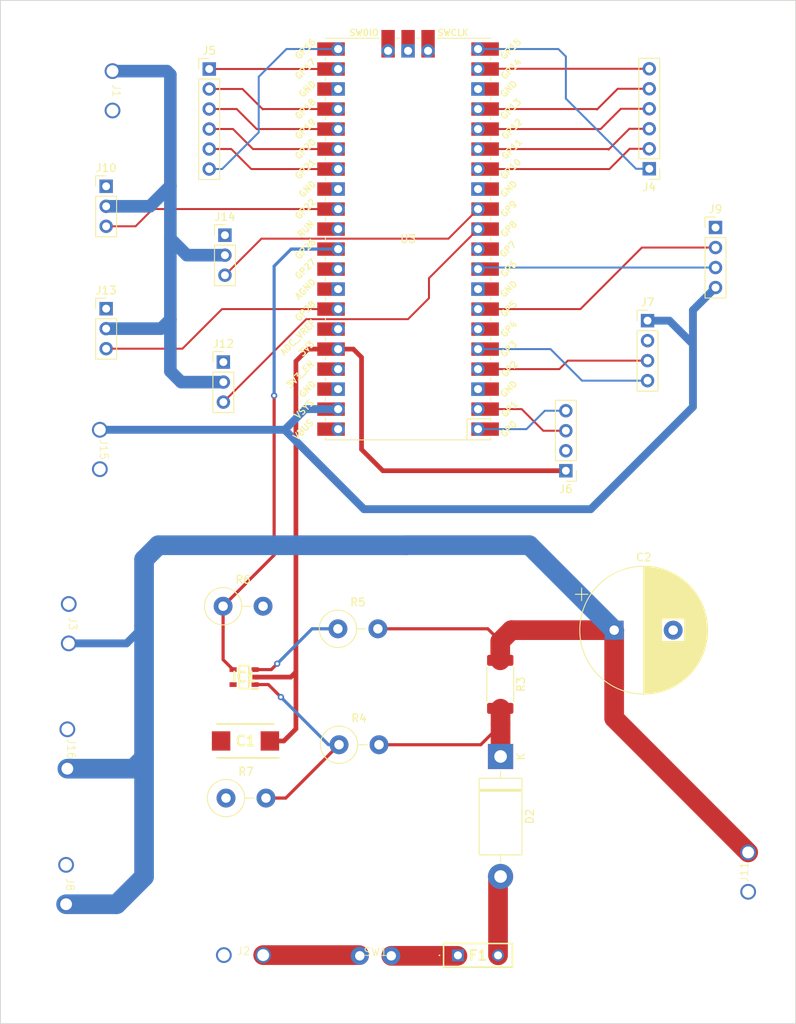
<source format=kicad_pcb>
(kicad_pcb (version 20221018) (generator pcbnew)
  (layers (0 "F.Cu" signal) (31 "B.Cu" signal) (34 "B.Paste" user) (35 "F.Paste" user) (36 "B.SilkS" user "B.Silkscreen") (37 "F.SilkS" user "F.Silkscreen") (38 "B.Mask" user) (39 "F.Mask" user) (44 "Edge.Cuts" user))
  (net 0 "")
  (net 1 "GND")
  (net 2 "+5V")
  (net 3 "+6V")
  (net 4 "/TRIG1")
  (net 6 "/ECHO1")
  (net 7 "/ECHO2")
  (net 8 "/ToFD")
  (net 9 "/ToFC")
  (net 11 "Net-(D2-K)")
  (net 13 "/TRIG2")
  (net 15 "+3.3V")
  (net 21 "Net-(D2-A)")
  (net 22 "Net-(IC1-+IN)")
  (net 23 "Net-(IC1--IN)")
  (net 24 "/AVCR")
  (net 25 "/SC2")
  (net 26 "/SC3")
  (net 27 "/SC4")
  (net 28 "/SC1")
  (net 29 "/+12V")
  (net 30 "/IN1")
  (net 31 "/IN2")
  (net 32 "/IN3")
  (net 33 "/IN4")
  (net 34 "/ENB")
  (net 35 "/ENA")
  (net 36 "Net-(SW1-B)")
  (footprint "Connectors-Other:TerminalBlock-P5.0mm-W1.3mm" (layer "F.Cu") (at 195.29 207.44 90)
    (fp_text reference "J11" (at 0 -0.5 90 unlocked) (layer "F.SilkS") (effects (font (thickness 0.1))))
    (fp_text value "MotorsRight")
    (pad "1" thru_hole circle (at 2.5 0 90) (size 2 2) (drill 1.5) (layers "*.Cu" "*.Mask") (net 29 "/+12V"))
    (pad "2" thru_hole circle (at -2.5 0 90) (size 2 2) (drill 1.5) (layers "*.Cu" "*.Mask") (net 1 "GND"))
  )
  (footprint "Connector_PinHeader_2.54mm:PinHeader_1x04_P2.54mm_Vertical" (layer "F.Cu") (at 182.5 137.42)
    (fp_text reference "J7" (at 0 -2.33) (layer "F.SilkS"))
    (fp_text value "Ultrasonic1")
    (pad "1" thru_hole rect (at 0 0) (size 1.7 1.7) (drill 1) (layers "*.Cu" "*.Mask") (net 2 "+5V"))
    (pad "2" thru_hole oval (at 0 2.54) (size 1.7 1.7) (drill 1) (layers "*.Cu" "*.Mask") (net 4 "/TRIG1"))
    (pad "3" thru_hole oval (at 0 5.08) (size 1.7 1.7) (drill 1) (layers "*.Cu" "*.Mask") (net 6 "/ECHO1"))
    (pad "4" thru_hole oval (at 0 7.62) (size 1.7 1.7) (drill 1) (layers "*.Cu" "*.Mask") (net 1 "GND"))
  )
  (footprint "Connectors-Other:TerminalBlock-P5.0mm-W1.3mm" (layer "F.Cu") (at 112.89 153.78 -90)
    (fp_text reference "J15" (at 0 -0.5 -90 unlocked) (layer "F.SilkS") (effects (font (thickness 0.1))))
    (fp_text value "RegulatorOutput5V")
    (pad "1" thru_hole circle (at 2.5 0 270) (size 2 2) (drill 1.5) (layers "*.Cu" "*.Mask") (net 1 "GND"))
    (pad "2" thru_hole circle (at -2.5 0 270) (size 2 2) (drill 1.5) (layers "*.Cu" "*.Mask") (net 2 "+5V"))
  )
  (footprint "Resistor_THT:R_Axial_DIN0414_L11.9mm_D4.5mm_P5.08mm_Vertical" (layer "F.Cu") (at 143.15 176.55)
    (fp_text reference "R5" (at 2.54 -3.37) (layer "F.SilkS"))
    (fp_text value "1KR")
    (pad "1" thru_hole circle (at 0 0) (size 2.4 2.4) (drill 1.2) (layers "*.Cu" "*.Mask") (net 23 "Net-(IC1--IN)"))
    (pad "2" thru_hole oval (at 5.08 0) (size 2.4 2.4) (drill 1.2) (layers "*.Cu" "*.Mask") (net 29 "/+12V"))
  )
  (footprint "RaspberryPi:RPi_Pico_SMD_TH" (layer "F.Cu") (at 152.065 127.065 180)
    (fp_text reference "U3" (at 0 0) (layer "F.SilkS"))
    (fp_text value "Pico")
    (fp_text user "AGND" (at 13.054 -6.35 45) (layer "F.SilkS") (effects (font (size 0.8 0.8))))
    (fp_text user "GP26" (at 13.054 -1.27 45) (layer "F.SilkS") (effects (font (size 0.8 0.8))))
    (fp_text user "GND" (at -12.8 -19.05 45) (layer "F.SilkS") (effects (font (size 0.8 0.8))))
    (fp_text user "GND" (at 12.8 6.35 45) (layer "F.SilkS") (effects (font (size 0.8 0.8))))
    (fp_text user "SWCLK" (at -5.7 26.2) (layer "F.SilkS") (effects (font (size 0.8 0.8))))
    (fp_text user "GP28" (at 13.054 -9.144 45) (layer "F.SilkS") (effects (font (size 0.8 0.8))))
    (fp_text user "GP3" (at -12.8 -13.97 45) (layer "F.SilkS") (effects (font (size 0.8 0.8))))
    (fp_text user "GP10" (at -13.054 8.89 45) (layer "F.SilkS") (effects (font (size 0.8 0.8))))
    (fp_text user "GP27" (at 13.054 -3.8 45) (layer "F.SilkS") (effects (font (size 0.8 0.8))))
    (fp_text user "GND" (at 12.8 19.05 45) (layer "F.SilkS") (effects (font (size 0.8 0.8))))
    (fp_text user "GND" (at -12.8 6.35 45) (layer "F.SilkS") (effects (font (size 0.8 0.8))))
    (fp_text user "GP11" (at -13.2 11.43 45) (layer "F.SilkS") (effects (font (size 0.8 0.8))))
    (fp_text user "GP12" (at -13.2 13.97 45) (layer "F.SilkS") (effects (font (size 0.8 0.8))))
    (fp_text user "GP21" (at 13.054 8.9 45) (layer "F.SilkS") (effects (font (size 0.8 0.8))))
    (fp_text user "GP0" (at -12.8 -24.13 45) (layer "F.SilkS") (effects (font (size 0.8 0.8))))
    (fp_text user "GP8" (at -12.8 1.27 45) (layer "F.SilkS") (effects (font (size 0.8 0.8))))
    (fp_text user "GP16" (at 13.054 24.13 45) (layer "F.SilkS") (effects (font (size 0.8 0.8))))
    (fp_text user "GP1" (at -12.9 -21.6 45) (layer "F.SilkS") (effects (font (size 0.8 0.8))))
    (fp_text user "ADC_VREF" (at 14 -12.5 45) (layer "F.SilkS") (effects (font (size 0.8 0.8))))
    (fp_text user "RUN" (at 13 1.27 45) (layer "F.SilkS") (effects (font (size 0.8 0.8))))
    (fp_text user "GP20" (at 13.054 11.43 45) (layer "F.SilkS") (effects (font (size 0.8 0.8))))
    (fp_text user "GP17" (at 13.054 21.59 45) (layer "F.SilkS") (effects (font (size 0.8 0.8))))
    (fp_text user "GP7" (at -12.7 -1.3 45) (layer "F.SilkS") (effects (font (size 0.8 0.8))))
    (fp_text user "VBUS" (at 13.3 -24.2 45) (layer "F.SilkS") (effects (font (size 0.8 0.8))))
    (fp_text user "GP5" (at -12.8 -8.89 45) (layer "F.SilkS") (effects (font (size 0.8 0.8))))
    (fp_text user "VSYS" (at 13.2 -21.59 45) (layer "F.SilkS") (effects (font (size 0.8 0.8))))
    (fp_text user "GP2" (at -12.9 -16.51 45) (layer "F.SilkS") (effects (font (size 0.8 0.8))))
    (fp_text user "GP4" (at -12.8 -11.43 45) (layer "F.SilkS") (effects (font (size 0.8 0.8))))
    (fp_text user "3V3" (at 12.9 -13.9 45) (layer "F.SilkS") (effects (font (size 0.8 0.8))))
    (fp_text user "GND" (at 12.8 -19.05 45) (layer "F.SilkS") (effects (font (size 0.8 0.8))))
    (fp_text user "GP22" (at 13.054 3.81 45) (layer "F.SilkS") (effects (font (size 0.8 0.8))))
    (fp_text user "GP19" (at 13.054 13.97 45) (layer "F.SilkS") (effects (font (size 0.8 0.8))))
    (fp_text user "GND" (at -12.8 19.05 45) (layer "F.SilkS") (effects (font (size 0.8 0.8))))
    (fp_text user "GP13" (at -13.054 16.51 45) (layer "F.SilkS") (effects (font (size 0.8 0.8))))
    (fp_text user "SWDIO" (at 5.6 26.2) (layer "F.SilkS") (effects (font (size 0.8 0.8))))
    (fp_text user "GP9" (at -12.8 3.81 45) (layer "F.SilkS") (effects (font (size 0.8 0.8))))
    (fp_text user "3V3_EN" (at 13.7 -17.2 45) (layer "F.SilkS") (effects (font (size 0.8 0.8))))
    (fp_text user "GP14" (at -13.1 21.59 45) (layer "F.SilkS") (effects (font (size 0.8 0.8))))
    (fp_text user "GP6" (at -12.8 -3.81 45) (layer "F.SilkS") (effects (font (size 0.8 0.8))))
    (fp_text user "GND" (at -12.8 -6.35 45) (layer "F.SilkS") (effects (font (size 0.8 0.8))))
    (fp_text user "GP18" (at 13.054 16.51 45) (layer "F.SilkS") (effects (font (size 0.8 0.8))))
    (fp_text user "GP15" (at -13.054 24.13 45) (layer "F.SilkS") (effects (font (size 0.8 0.8))))
    (pad "" np_thru_hole oval (at -2.725 -24 180) (size 1.8 1.8) (drill 1.8) (layers "*.Cu" "*.Mask"))
    (pad "" np_thru_hole oval (at -2.425 -20.97 180) (size 1.5 1.5) (drill 1.5) (layers "*.Cu" "*.Mask"))
    (pad "" np_thru_hole oval (at 2.425 -20.97 180) (size 1.5 1.5) (drill 1.5) (layers "*.Cu" "*.Mask"))
    (pad "" np_thru_hole oval (at 2.725 -24 180) (size 1.8 1.8) (drill 1.8) (layers "*.Cu" "*.Mask"))
    (pad "1" thru_hole oval (at -8.89 -24.13 180) (size 1.7 1.7) (drill 1.02) (layers "*.Cu" "*.Mask") (net 8 "/ToFD"))
    (pad "1" smd rect (at -8.89 -24.13 180) (size 3.5 1.7) (drill (offset -0.9 0)) (layers "F.Cu" "F.Mask") (net 8 "/ToFD"))
    (pad "2" thru_hole oval (at -8.89 -21.59 180) (size 1.7 1.7) (drill 1.02) (layers "*.Cu" "*.Mask") (net 9 "/ToFC"))
    (pad "2" smd rect (at -8.89 -21.59 180) (size 3.5 1.7) (drill (offset -0.9 0)) (layers "F.Cu" "F.Mask") (net 9 "/ToFC"))
    (pad "3" thru_hole rect (at -8.89 -19.05 180) (size 1.7 1.7) (drill 1.02) (layers "*.Cu" "*.Mask") (net 1 "GND"))
    (pad "3" smd rect (at -8.89 -19.05 180) (size 3.5 1.7) (drill (offset -0.9 0)) (layers "F.Cu" "F.Mask") (net 1 "GND"))
    (pad "4" thru_hole oval (at -8.89 -16.51 180) (size 1.7 1.7) (drill 1.02) (layers "*.Cu" "*.Mask") (net 6 "/ECHO1"))
    (pad "4" smd rect (at -8.89 -16.51 180) (size 3.5 1.7) (drill (offset -0.9 0)) (layers "F.Cu" "F.Mask") (net 6 "/ECHO1"))
    (pad "5" thru_hole oval (at -8.89 -13.97 180) (size 1.7 1.7) (drill 1.02) (layers "*.Cu" "*.Mask"))
    (pad "5" smd rect (at -8.89 -13.97 180) (size 3.5 1.7) (drill (offset -0.9 0)) (layers "F.Cu" "F.Mask"))
    (pad "6" thru_hole oval (at -8.89 -11.43 180) (size 1.7 1.7) (drill 1.02) (layers "*.Cu" "*.Mask"))
    (pad "6" smd rect (at -8.89 -11.43 180) (size 3.5 1.7) (drill (offset -0.9 0)) (layers "F.Cu" "F.Mask"))
    (pad "7" thru_hole oval (at -8.89 -8.89 180) (size 1.7 1.7) (drill 1.02) (layers "*.Cu" "*.Mask") (net 7 "/ECHO2"))
    (pad "7" smd rect (at -8.89 -8.89 180) (size 3.5 1.7) (drill (offset -0.9 0)) (layers "F.Cu" "F.Mask") (net 7 "/ECHO2"))
    (pad "8" thru_hole rect (at -8.89 -6.35 180) (size 1.7 1.7) (drill 1.02) (layers "*.Cu" "*.Mask") (net 1 "GND"))
    (pad "8" smd rect (at -8.89 -6.35 180) (size 3.5 1.7) (drill (offset -0.9 0)) (layers "F.Cu" "F.Mask") (net 1 "GND"))
    (pad "9" thru_hole oval (at -8.89 -3.81 180) (size 1.7 1.7) (drill 1.02) (layers "*.Cu" "*.Mask") (net 13 "/TRIG2"))
    (pad "9" smd rect (at -8.89 -3.81 180) (size 3.5 1.7) (drill (offset -0.9 0)) (layers "F.Cu" "F.Mask") (net 13 "/TRIG2"))
    (pad "10" thru_hole oval (at -8.89 -1.27 180) (size 1.7 1.7) (drill 1.02) (layers "*.Cu" "*.Mask") (net 4 "/TRIG1"))
    (pad "10" smd rect (at -8.89 -1.27 180) (size 3.5 1.7) (drill (offset -0.9 0)) (layers "F.Cu" "F.Mask") (net 4 "/TRIG1"))
    (pad "11" thru_hole oval (at -8.89 1.27 180) (size 1.7 1.7) (drill 1.02) (layers "*.Cu" "*.Mask") (net 25 "/SC2"))
    (pad "11" smd rect (at -8.89 1.27 180) (size 3.5 1.7) (drill (offset -0.9 0)) (layers "F.Cu" "F.Mask") (net 25 "/SC2"))
    (pad "12" thru_hole oval (at -8.89 3.81 180) (size 1.7 1.7) (drill 1.02) (layers "*.Cu" "*.Mask") (net 27 "/SC4"))
    (pad "12" smd rect (at -8.89 3.81 180) (size 3.5 1.7) (drill (offset -0.9 0)) (layers "F.Cu" "F.Mask") (net 27 "/SC4"))
    (pad "13" thru_hole rect (at -8.89 6.35 180) (size 1.7 1.7) (drill 1.02) (layers "*.Cu" "*.Mask") (net 1 "GND"))
    (pad "13" smd rect (at -8.89 6.35 180) (size 3.5 1.7) (drill (offset -0.9 0)) (layers "F.Cu" "F.Mask") (net 1 "GND"))
    (pad "14" thru_hole oval (at -8.89 8.89 180) (size 1.7 1.7) (drill 1.02) (layers "*.Cu" "*.Mask") (net 30 "/IN1"))
    (pad "14" smd rect (at -8.89 8.89 180) (size 3.5 1.7) (drill (offset -0.9 0)) (layers "F.Cu" "F.Mask") (net 30 "/IN1"))
    (pad "15" thru_hole oval (at -8.89 11.43 180) (size 1.7 1.7) (drill 1.02) (layers "*.Cu" "*.Mask") (net 31 "/IN2"))
    (pad "15" smd rect (at -8.89 11.43 180) (size 3.5 1.7) (drill (offset -0.9 0)) (layers "F.Cu" "F.Mask") (net 31 "/IN2"))
    (pad "16" thru_hole oval (at -8.89 13.97 180) (size 1.7 1.7) (drill 1.02) (layers "*.Cu" "*.Mask") (net 32 "/IN3"))
    (pad "16" smd rect (at -8.89 13.97 180) (size 3.5 1.7) (drill (offset -0.9 0)) (layers "F.Cu" "F.Mask") (net 32 "/IN3"))
    (pad "17" thru_hole oval (at -8.89 16.51 180) (size 1.7 1.7) (drill 1.02) (layers "*.Cu" "*.Mask") (net 33 "/IN4"))
    (pad "17" smd rect (at -8.89 16.51 180) (size 3.5 1.7) (drill (offset -0.9 0)) (layers "F.Cu" "F.Mask") (net 33 "/IN4"))
    (pad "18" thru_hole rect (at -8.89 19.05 180) (size 1.7 1.7) (drill 1.02) (layers "*.Cu" "*.Mask") (net 1 "GND"))
    (pad "18" smd rect (at -8.89 19.05 180) (size 3.5 1.7) (drill (offset -0.9 0)) (layers "F.Cu" "F.Mask") (net 1 "GND"))
    (pad "19" thru_hole oval (at -8.89 21.59 180) (size 1.7 1.7) (drill 1.02) (layers "*.Cu" "*.Mask") (net 34 "/ENB"))
    (pad "19" smd rect (at -8.89 21.59 180) (size 3.5 1.7) (drill (offset -0.9 0)) (layers "F.Cu" "F.Mask") (net 34 "/ENB"))
    (pad "20" thru_hole oval (at -8.89 24.13 180) (size 1.7 1.7) (drill 1.02) (layers "*.Cu" "*.Mask") (net 35 "/ENA"))
    (pad "20" smd rect (at -8.89 24.13 180) (size 3.5 1.7) (drill (offset -0.9 0)) (layers "F.Cu" "F.Mask") (net 35 "/ENA"))
    (pad "21" thru_hole oval (at 8.89 24.13 180) (size 1.7 1.7) (drill 1.02) (layers "*.Cu" "*.Mask") (net 35 "/ENA"))
    (pad "21" smd rect (at 8.89 24.13 180) (size 3.5 1.7) (drill (offset 0.9 0)) (layers "F.Cu" "F.Mask") (net 35 "/ENA"))
    (pad "22" thru_hole oval (at 8.89 21.59 180) (size 1.7 1.7) (drill 1.02) (layers "*.Cu" "*.Mask") (net 34 "/ENB"))
    (pad "22" smd rect (at 8.89 21.59 180) (size 3.5 1.7) (drill (offset 0.9 0)) (layers "F.Cu" "F.Mask") (net 34 "/ENB"))
    (pad "23" thru_hole rect (at 8.89 19.05 180) (size 1.7 1.7) (drill 1.02) (layers "*.Cu" "*.Mask") (net 1 "GND"))
    (pad "23" smd rect (at 8.89 19.05 180) (size 3.5 1.7) (drill (offset 0.9 0)) (layers "F.Cu" "F.Mask") (net 1 "GND"))
    (pad "24" thru_hole oval (at 8.89 16.51 180) (size 1.7 1.7) (drill 1.02) (layers "*.Cu" "*.Mask") (net 33 "/IN4"))
    (pad "24" smd rect (at 8.89 16.51 180) (size 3.5 1.7) (drill (offset 0.9 0)) (layers "F.Cu" "F.Mask") (net 33 "/IN4"))
    (pad "25" thru_hole oval (at 8.89 13.97 180) (size 1.7 1.7) (drill 1.02) (layers "*.Cu" "*.Mask") (net 32 "/IN3"))
    (pad "25" smd rect (at 8.89 13.97 180) (size 3.5 1.7) (drill (offset 0.9 0)) (layers "F.Cu" "F.Mask") (net 32 "/IN3"))
    (pad "26" thru_hole oval (at 8.89 11.43 180) (size 1.7 1.7) (drill 1.02) (layers "*.Cu" "*.Mask") (net 31 "/IN2"))
    (pad "26" smd rect (at 8.89 11.43 180) (size 3.5 1.7) (drill (offset 0.9 0)) (layers "F.Cu" "F.Mask") (net 31 "/IN2"))
    (pad "27" thru_hole oval (at 8.89 8.89 180) (size 1.7 1.7) (drill 1.02) (layers "*.Cu" "*.Mask") (net 30 "/IN1"))
    (pad "27" smd rect (at 8.89 8.89 180) (size 3.5 1.7) (drill (offset 0.9 0)) (layers "F.Cu" "F.Mask") (net 30 "/IN1"))
    (pad "28" thru_hole rect (at 8.89 6.35 180) (size 1.7 1.7) (drill 1.02) (layers "*.Cu" "*.Mask") (net 1 "GND"))
    (pad "28" smd rect (at 8.89 6.35 180) (size 3.5 1.7) (drill (offset 0.9 0)) (layers "F.Cu" "F.Mask") (net 1 "GND"))
    (pad "29" thru_hole oval (at 8.89 3.81 180) (size 1.7 1.7) (drill 1.02) (layers "*.Cu" "*.Mask") (net 28 "/SC1"))
    (pad "29" smd rect (at 8.89 3.81 180) (size 3.5 1.7) (drill (offset 0.9 0)) (layers "F.Cu" "F.Mask") (net 28 "/SC1"))
    (pad "30" thru_hole oval (at 8.89 1.27 180) (size 1.7 1.7) (drill 1.02) (layers "*.Cu" "*.Mask"))
    (pad "30" smd rect (at 8.89 1.27 180) (size 3.5 1.7) (drill (offset 0.9 0)) (layers "F.Cu" "F.Mask"))
    (pad "31" thru_hole oval (at 8.89 -1.27 180) (size 1.7 1.7) (drill 1.02) (layers "*.Cu" "*.Mask") (net 24 "/AVCR"))
    (pad "31" smd rect (at 8.89 -1.27 180) (size 3.5 1.7) (drill (offset 0.9 0)) (layers "F.Cu" "F.Mask") (net 24 "/AVCR"))
    (pad "32" thru_hole oval (at 8.89 -3.81 180) (size 1.7 1.7) (drill 1.02) (layers "*.Cu" "*.Mask"))
    (pad "32" smd rect (at 8.89 -3.81 180) (size 3.5 1.7) (drill (offset 0.9 0)) (layers "F.Cu" "F.Mask"))
    (pad "33" thru_hole rect (at 8.89 -6.35 180) (size 1.7 1.7) (drill 1.02) (layers "*.Cu" "*.Mask") (net 1 "GND"))
    (pad "33" smd rect (at 8.89 -6.35 180) (size 3.5 1.7) (drill (offset 0.9 0)) (layers "F.Cu" "F.Mask") (net 1 "GND"))
    (pad "34" thru_hole oval (at 8.89 -8.89 180) (size 1.7 1.7) (drill 1.02) (layers "*.Cu" "*.Mask") (net 26 "/SC3"))
    (pad "34" smd rect (at 8.89 -8.89 180) (size 3.5 1.7) (drill (offset 0.9 0)) (layers "F.Cu" "F.Mask") (net 26 "/SC3"))
    (pad "35" thru_hole oval (at 8.89 -11.43 180) (size 1.7 1.7) (drill 1.02) (layers "*.Cu" "*.Mask"))
    (pad "35" smd rect (at 8.89 -11.43 180) (size 3.5 1.7) (drill (offset 0.9 0)) (layers "F.Cu" "F.Mask"))
    (pad "36" thru_hole oval (at 8.89 -13.97 180) (size 1.7 1.7) (drill 1.02) (layers "*.Cu" "*.Mask") (net 15 "+3.3V"))
    (pad "36" smd rect (at 8.89 -13.97 180) (size 3.5 1.7) (drill (offset 0.9 0)) (layers "F.Cu" "F.Mask") (net 15 "+3.3V"))
    (pad "37" thru_hole oval (at 8.89 -16.51 180) (size 1.7 1.7) (drill 1.02) (layers "*.Cu" "*.Mask"))
    (pad "37" smd rect (at 8.89 -16.51 180) (size 3.5 1.7) (drill (offset 0.9 0)) (layers "F.Cu" "F.Mask"))
    (pad "38" thru_hole rect (at 8.89 -19.05 180) (size 1.7 1.7) (drill 1.02) (layers "*.Cu" "*.Mask") (net 1 "GND"))
    (pad "38" smd rect (at 8.89 -19.05 180) (size 3.5 1.7) (drill (offset 0.9 0)) (layers "F.Cu" "F.Mask") (net 1 "GND"))
    (pad "39" thru_hole oval (at 8.89 -21.59 180) (size 1.7 1.7) (drill 1.02) (layers "*.Cu" "*.Mask") (net 2 "+5V"))
    (pad "39" smd rect (at 8.89 -21.59 180) (size 3.5 1.7) (drill (offset 0.9 0)) (layers "F.Cu" "F.Mask") (net 2 "+5V"))
    (pad "40" thru_hole oval (at 8.89 -24.13 180) (size 1.7 1.7) (drill 1.02) (layers "*.Cu" "*.Mask"))
    (pad "40" smd rect (at 8.89 -24.13 180) (size 3.5 1.7) (drill (offset 0.9 0)) (layers "F.Cu" "F.Mask"))
    (pad "41" thru_hole oval (at -2.54 23.9 180) (size 1.7 1.7) (drill 1.02) (layers "*.Cu" "*.Mask"))
    (pad "41" smd rect (at -2.54 23.9 270) (size 3.5 1.7) (drill (offset -0.9 0)) (layers "F.Cu" "F.Mask"))
    (pad "42" thru_hole rect (at 0 23.9 180) (size 1.7 1.7) (drill 1.02) (layers "*.Cu" "*.Mask"))
    (pad "42" smd rect (at 0 23.9 270) (size 3.5 1.7) (drill (offset -0.9 0)) (layers "F.Cu" "F.Mask"))
    (pad "43" thru_hole oval (at 2.54 23.9 180) (size 1.7 1.7) (drill 1.02) (layers "*.Cu" "*.Mask"))
    (pad "43" smd rect (at 2.54 23.9 270) (size 3.5 1.7) (drill (offset -0.9 0)) (layers "F.Cu" "F.Mask"))
  )
  (footprint "Connector_PinHeader_2.54mm:PinHeader_1x03_P2.54mm_Vertical" (layer "F.Cu") (at 128.79 126.57)
    (fp_text reference "J14" (at 0 -2.33) (layer "F.SilkS"))
    (fp_text value "ProngServo")
    (pad "1" thru_hole rect (at 0 0) (size 1.7 1.7) (drill 1) (layers "*.Cu" "*.Mask") (net 1 "GND"))
    (pad "2" thru_hole oval (at 0 2.54) (size 1.7 1.7) (drill 1) (layers "*.Cu" "*.Mask") (net 3 "+6V"))
    (pad "3" thru_hole oval (at 0 5.08) (size 1.7 1.7) (drill 1) (layers "*.Cu" "*.Mask") (net 27 "/SC4"))
  )
  (footprint "Resistor_THT:R_Axial_DIN0414_L11.9mm_D4.5mm_P5.08mm_Vertical" (layer "F.Cu") (at 128.925 198.04)
    (fp_text reference "R7" (at 2.54 -3.37) (layer "F.SilkS"))
    (fp_text value "15kR")
    (pad "1" thru_hole circle (at 0 0) (size 2.4 2.4) (drill 1.2) (layers "*.Cu" "*.Mask") (net 1 "GND"))
    (pad "2" thru_hole oval (at 5.08 0) (size 2.4 2.4) (drill 1.2) (layers "*.Cu" "*.Mask") (net 22 "Net-(IC1-+IN)"))
  )
  (footprint "Resistor_SMD:R_2512_6332Metric_Pad1.40x3.35mm_HandSolder" (layer "F.Cu") (at 163.78 183.6 -90)
    (fp_text reference "R3" (at 0 -2.62 90) (layer "F.SilkS"))
    (fp_text value "0.01R")
    (pad "1" smd roundrect (at -3.05 0 270) (size 1.4 3.35) (layers "F.Cu" "F.Paste" "F.Mask") (roundrect_rratio 0.178571) (net 29 "/+12V"))
    (pad "2" smd roundrect (at 3.05 0 270) (size 1.4 3.35) (layers "F.Cu" "F.Paste" "F.Mask") (roundrect_rratio 0.178571) (net 11 "Net-(D2-K)"))
  )
  (footprint "Connectors-Other:TerminalBlock-P5.0mm-W1.3mm" (layer "F.Cu") (at 108.6 209.02 -90)
    (fp_text reference "J8" (at 0 -0.5 -90 unlocked) (layer "F.SilkS") (effects (font (thickness 0.1))))
    (fp_text value "MotorsLeft")
    (pad "1" thru_hole circle (at 2.5 0 270) (size 2 2) (drill 1.5) (layers "*.Cu" "*.Mask") (net 29 "/+12V"))
    (pad "2" thru_hole circle (at -2.5 0 270) (size 2 2) (drill 1.5) (layers "*.Cu" "*.Mask") (net 1 "GND"))
  )
  (footprint "Resistor_THT:R_Axial_DIN0414_L11.9mm_D4.5mm_P5.08mm_Vertical" (layer "F.Cu") (at 143.29 191.27)
    (fp_text reference "R4" (at 2.54 -3.37) (layer "F.SilkS"))
    (fp_text value "1kR")
    (pad "1" thru_hole circle (at 0 0) (size 2.4 2.4) (drill 1.2) (layers "*.Cu" "*.Mask") (net 22 "Net-(IC1-+IN)"))
    (pad "2" thru_hole oval (at 5.08 0) (size 2.4 2.4) (drill 1.2) (layers "*.Cu" "*.Mask") (net 11 "Net-(D2-K)"))
  )
  (footprint "Connectors-Other:TerminalBlock-P5.0mm-W1.3mm" (layer "F.Cu") (at 131.15 217.98)
    (fp_text reference "J2" (at 0 -0.5 unlocked) (layer "F.SilkS") (effects (font (thickness 0.1))))
    (fp_text value "Battery")
    (pad "1" thru_hole circle (at 2.5 0) (size 2 2) (drill 1.5) (layers "*.Cu" "*.Mask") (net 29 "/+12V"))
    (pad "2" thru_hole circle (at -2.5 0) (size 2 2) (drill 1.5) (layers "*.Cu" "*.Mask") (net 1 "GND"))
  )
  (footprint "Connector_PinHeader_2.54mm:PinHeader_1x03_P2.54mm_Vertical" (layer "F.Cu") (at 128.59 142.685)
    (fp_text reference "J12" (at 0 -2.33) (layer "F.SilkS"))
    (fp_text value "LinearSlideServo")
    (pad "1" thru_hole rect (at 0 0) (size 1.7 1.7) (drill 1) (layers "*.Cu" "*.Mask") (net 1 "GND"))
    (pad "2" thru_hole oval (at 0 2.54) (size 1.7 1.7) (drill 1) (layers "*.Cu" "*.Mask") (net 3 "+6V"))
    (pad "3" thru_hole oval (at 0 5.08) (size 1.7 1.7) (drill 1) (layers "*.Cu" "*.Mask") (net 25 "/SC2"))
  )
  (footprint "Connector_PinHeader_2.54mm:PinHeader_1x03_P2.54mm_Vertical" (layer "F.Cu") (at 113.69 135.9)
    (fp_text reference "J13" (at 0 -2.33) (layer "F.SilkS"))
    (fp_text value "ExtendServo")
    (pad "1" thru_hole rect (at 0 0) (size 1.7 1.7) (drill 1) (layers "*.Cu" "*.Mask") (net 1 "GND"))
    (pad "2" thru_hole oval (at 0 2.54) (size 1.7 1.7) (drill 1) (layers "*.Cu" "*.Mask") (net 3 "+6V"))
    (pad "3" thru_hole oval (at 0 5.08) (size 1.7 1.7) (drill 1) (layers "*.Cu" "*.Mask") (net 26 "/SC3"))
  )
  (footprint "Connector_PinHeader_2.54mm:PinHeader_1x06_P2.54mm_Vertical" (layer "F.Cu") (at 182.72 118.14 180)
    (fp_text reference "J4" (at 0 -2.33) (layer "F.SilkS"))
    (fp_text value "MotorControlsRight")
    (pad "1" thru_hole rect (at 0 0 180) (size 1.7 1.7) (drill 1) (layers "*.Cu" "*.Mask") (net 35 "/ENA"))
    (pad "2" thru_hole oval (at 0 2.54 180) (size 1.7 1.7) (drill 1) (layers "*.Cu" "*.Mask") (net 30 "/IN1"))
    (pad "3" thru_hole oval (at 0 5.08 180) (size 1.7 1.7) (drill 1) (layers "*.Cu" "*.Mask") (net 31 "/IN2"))
    (pad "4" thru_hole oval (at 0 7.62 180) (size 1.7 1.7) (drill 1) (layers "*.Cu" "*.Mask") (net 32 "/IN3"))
    (pad "5" thru_hole oval (at 0 10.16 180) (size 1.7 1.7) (drill 1) (layers "*.Cu" "*.Mask") (net 33 "/IN4"))
    (pad "6" thru_hole oval (at 0 12.7 180) (size 1.7 1.7) (drill 1) (layers "*.Cu" "*.Mask") (net 34 "/ENB"))
  )
  (footprint "Capacitors:CAPPM7343X310N" (layer "F.Cu") (at 131.4 190.79 180)
    (fp_text reference "C1" (at 0 0) (layer "F.SilkS") (effects (font (size 1.27 1.27) (thickness 0.254))))
    (fp_text value "0.1uF" hide)
    (pad "1" smd rect (at -3.1 0 180) (size 2.35 2.45) (layers "F.Cu" "F.Paste" "F.Mask") (net 15 "+3.3V"))
    (pad "2" smd rect (at 3.1 0 180) (size 2.35 2.45) (layers "F.Cu" "F.Paste" "F.Mask") (net 1 "GND"))
  )
  (footprint "Capacitor_THT:CP_Radial_D16.0mm_P7.50mm" (layer "F.Cu") (at 178.257246 176.72)
    (fp_text reference "C2" (at 3.75 -9.25) (layer "F.SilkS"))
    (fp_text value "2700uF")
    (pad "1" thru_hole rect (at 0 0) (size 2.4 2.4) (drill 1.2) (layers "*.Cu" "*.Mask") (net 29 "/+12V"))
    (pad "2" thru_hole circle (at 7.5 0) (size 2.4 2.4) (drill 1.2) (layers "*.Cu" "*.Mask") (net 1 "GND"))
  )
  (footprint "Connectors-Other:SPST_D0.9_P2.5" (layer "F.Cu") (at 147.93 218.07)
    (fp_text reference "SW1" (at 0 -0.5 unlocked) (layer "F.SilkS") (effects (font (thickness 0.1))))
    (fp_text value "SW_SPST")
    (pad "1" thru_hole circle (at -2 0) (size 2.3 2.3) (drill 1.2) (layers "*.Cu" "*.Mask") (net 29 "/+12V"))
    (pad "2" thru_hole circle (at 2 0) (size 2.3 2.3) (drill 1.2) (layers "*.Cu" "*.Mask") (net 36 "Net-(SW1-B)"))
  )
  (footprint "Connector_PinHeader_2.54mm:PinHeader_1x06_P2.54mm_Vertical" (layer "F.Cu") (at 126.79 105.47)
    (fp_text reference "J5" (at 0 -2.33) (layer "F.SilkS"))
    (fp_text value "MotorControlsLeft")
    (pad "1" thru_hole rect (at 0 0) (size 1.7 1.7) (drill 1) (layers "*.Cu" "*.Mask") (net 34 "/ENB"))
    (pad "2" thru_hole oval (at 0 2.54) (size 1.7 1.7) (drill 1) (layers "*.Cu" "*.Mask") (net 33 "/IN4"))
    (pad "3" thru_hole oval (at 0 5.08) (size 1.7 1.7) (drill 1) (layers "*.Cu" "*.Mask") (net 32 "/IN3"))
    (pad "4" thru_hole oval (at 0 7.62) (size 1.7 1.7) (drill 1) (layers "*.Cu" "*.Mask") (net 31 "/IN2"))
    (pad "5" thru_hole oval (at 0 10.16) (size 1.7 1.7) (drill 1) (layers "*.Cu" "*.Mask") (net 30 "/IN1"))
    (pad "6" thru_hole oval (at 0 12.7) (size 1.7 1.7) (drill 1) (layers "*.Cu" "*.Mask") (net 35 "/ENA"))
  )
  (footprint "Connector_PinHeader_2.54mm:PinHeader_1x04_P2.54mm_Vertical" (layer "F.Cu") (at 191.14 125.6)
    (fp_text reference "J9" (at 0 -2.33) (layer "F.SilkS"))
    (fp_text value "Ultrasonic2")
    (pad "1" thru_hole rect (at 0 0) (size 1.7 1.7) (drill 1) (layers "*.Cu" "*.Mask") (net 1 "GND"))
    (pad "2" thru_hole oval (at 0 2.54) (size 1.7 1.7) (drill 1) (layers "*.Cu" "*.Mask") (net 7 "/ECHO2"))
    (pad "3" thru_hole oval (at 0 5.08) (size 1.7 1.7) (drill 1) (layers "*.Cu" "*.Mask") (net 13 "/TRIG2"))
    (pad "4" thru_hole oval (at 0 7.62) (size 1.7 1.7) (drill 1) (layers "*.Cu" "*.Mask") (net 2 "+5V"))
  )
  (footprint "Connector_PinHeader_2.54mm:PinHeader_1x03_P2.54mm_Vertical" (layer "F.Cu") (at 113.69 120.365)
    (fp_text reference "J10" (at 0 -2.33) (layer "F.SilkS"))
    (fp_text value "DepositServo")
    (pad "1" thru_hole rect (at 0 0) (size 1.7 1.7) (drill 1) (layers "*.Cu" "*.Mask") (net 1 "GND"))
    (pad "2" thru_hole oval (at 0 2.54) (size 1.7 1.7) (drill 1) (layers "*.Cu" "*.Mask") (net 3 "+6V"))
    (pad "3" thru_hole oval (at 0 5.08) (size 1.7 1.7) (drill 1) (layers "*.Cu" "*.Mask") (net 28 "/SC1"))
  )
  (footprint "Connectors-Other:TerminalBlock-P5.0mm-W1.3mm" (layer "F.Cu") (at 108.76 191.81 -90)
    (fp_text reference "J16" (at 0 -0.5 -90 unlocked) (layer "F.SilkS") (effects (font (thickness 0.1))))
    (fp_text value "RegulatorInput6V")
    (pad "1" thru_hole circle (at 2.5 0 270) (size 2 2) (drill 1.5) (layers "*.Cu" "*.Mask") (net 29 "/+12V"))
    (pad "2" thru_hole circle (at -2.5 0 270) (size 2 2) (drill 1.5) (layers "*.Cu" "*.Mask") (net 1 "GND"))
  )
  (footprint "Fuses:MFRHS6000" (layer "F.Cu") (at 158.4 218.01)
    (fp_text reference "F1" (at 2.55 0) (layer "F.SilkS") (effects (font (size 1.27 1.27) (thickness 0.254))))
    (fp_text value "MF-RHS600" hide)
    (pad "1" thru_hole rect (at 0 0) (size 1.515 1.515) (drill 1.01) (layers "*.Cu" "*.Mask") (net 36 "Net-(SW1-B)"))
    (pad "2" thru_hole circle (at 5.1 0) (size 1.515 1.515) (drill 1.01) (layers "*.Cu" "*.Mask") (net 21 "Net-(D2-A)"))
  )
  (footprint "Connectors-Other:TerminalBlock-P5.0mm-W1.3mm" (layer "F.Cu") (at 108.94 175.9 -90)
    (fp_text reference "J3" (at 0 -0.5 -90 unlocked) (layer "F.SilkS") (effects (font (thickness 0.1))))
    (fp_text value "RegulatorInput5V")
    (pad "1" thru_hole circle (at 2.5 0 270) (size 2 2) (drill 1.5) (layers "*.Cu" "*.Mask") (net 29 "/+12V"))
    (pad "2" thru_hole circle (at -2.5 0 270) (size 2 2) (drill 1.5) (layers "*.Cu" "*.Mask") (net 1 "GND"))
  )
  (footprint "Connector_PinHeader_2.54mm:PinHeader_1x04_P2.54mm_Vertical" (layer "F.Cu") (at 172.12 156.48 180)
    (fp_text reference "J6" (at 0 -2.33) (layer "F.SilkS"))
    (fp_text value "TOF")
    (pad "1" thru_hole rect (at 0 0 180) (size 1.7 1.7) (drill 1) (layers "*.Cu" "*.Mask") (net 15 "+3.3V"))
    (pad "2" thru_hole oval (at 0 2.54 180) (size 1.7 1.7) (drill 1) (layers "*.Cu" "*.Mask") (net 1 "GND"))
    (pad "3" thru_hole oval (at 0 5.08 180) (size 1.7 1.7) (drill 1) (layers "*.Cu" "*.Mask") (net 9 "/ToFC"))
    (pad "4" thru_hole oval (at 0 7.62 180) (size 1.7 1.7) (drill 1) (layers "*.Cu" "*.Mask") (net 8 "/ToFD"))
  )
  (footprint "Resistor_THT:R_Axial_DIN0414_L11.9mm_D4.5mm_P5.08mm_Vertical" (layer "F.Cu") (at 128.555 173.68)
    (fp_text reference "R6" (at 2.54 -3.37) (layer "F.SilkS"))
    (fp_text value "15kR")
    (pad "1" thru_hole circle (at 0 0) (size 2.4 2.4) (drill 1.2) (layers "*.Cu" "*.Mask") (net 24 "/AVCR"))
    (pad "2" thru_hole oval (at 5.08 0) (size 2.4 2.4) (drill 1.2) (layers "*.Cu" "*.Mask") (net 23 "Net-(IC1--IN)"))
  )
  (footprint "Diode_THT:D_DO-201AD_P15.24mm_Horizontal" (layer "F.Cu") (at 163.82 192.76 -90)
    (fp_text reference "D2" (at 7.62 -3.72 90) (layer "F.SilkS"))
    (fp_text value "1N5822")
    (fp_text user "K" (at 0 -2.6 90) (layer "F.SilkS"))
    (pad "1" thru_hole rect (at 0 0 270) (size 3.2 3.2) (drill 1.6) (layers "*.Cu" "*.Mask") (net 11 "Net-(D2-K)"))
    (pad "2" thru_hole oval (at 15.24 0 270) (size 3.2 3.2) (drill 1.6) (layers "*.Cu" "*.Mask") (net 21 "Net-(D2-A)"))
  )
  (footprint "Connectors-Other:SOT95P280X125-5N" (layer "F.Cu") (at 131.22 182.68 180)
    (fp_text reference "IC1" (at 0 0) (layer "F.SilkS") (effects (font (size 1.27 1.27) (thickness 0.254))))
    (fp_text value "CurrentOpAmp" hide)
    (pad "1" smd rect (at -1.4 -0.95 270) (size 0.6 0.9) (layers "F.Cu" "F.Paste" "F.Mask") (net 22 "Net-(IC1-+IN)"))
    (pad "2" smd rect (at -1.4 0 270) (size 0.6 0.9) (layers "F.Cu" "F.Paste" "F.Mask") (net 15 "+3.3V"))
    (pad "3" smd rect (at -1.4 0.95 270) (size 0.6 0.9) (layers "F.Cu" "F.Paste" "F.Mask") (net 23 "Net-(IC1--IN)"))
    (pad "4" smd rect (at 1.4 0.95 270) (size 0.6 0.9) (layers "F.Cu" "F.Paste" "F.Mask") (net 24 "/AVCR"))
    (pad "5" smd rect (at 1.4 -0.95 270) (size 0.6 0.9) (layers "F.Cu" "F.Paste" "F.Mask") (net 1 "GND"))
  )
  (footprint "Connectors-Other:TerminalBlock-P5.0mm-W1.3mm" (layer "F.Cu") (at 114.5 108.24 -90)
    (fp_text reference "J1" (at 0 -0.5 -90 unlocked) (layer "F.SilkS") (effects (font (thickness 0.1))))
    (fp_text value "RegulatorOutput6V")
    (pad "1" thru_hole circle (at 2.5 0 270) (size 2 2) (drill 1.5) (layers "*.Cu" "*.Mask") (net 1 "GND"))
    (pad "2" thru_hole circle (at -2.5 0 270) (size 2 2) (drill 1.5) (layers "*.Cu" "*.Mask") (net 3 "+6V"))
  )
  (gr_rect (start 100.25 96.76) (end 201.33 226.67) (stroke (width 0.1)) (fill none) (layer "Edge.Cuts"))
  (segment (start 174.17 145.04) (end 170.165 141.035) (width 0.25) (layer "B.Cu") (net 1))
  (segment (start 161.15 133.22) (end 160.955 133.415) (width 0.25) (layer "B.Cu") (net 1))
  (segment (start 182.5 145.04) (end 174.17 145.04) (width 0.25) (layer "B.Cu") (net 1))
  (segment (start 170.165 141.035) (end 160.955 141.035) (width 0.25) (layer "B.Cu") (net 1))
  (segment (start 139.005 148.655) (end 143.175 148.655) (width 1) (layer "B.Cu") (net 2))
  (segment (start 188.27 136.09) (end 191.14 133.22) (width 1) (layer "B.Cu") (net 2))
  (segment (start 188.27 140.41) (end 188.27 136.09) (width 1) (layer "B.Cu") (net 2))
  (segment (start 136.38 151.28) (end 139.005 148.655) (width 1) (layer "B.Cu") (net 2))
  (segment (start 112.89 151.28) (end 136.38 151.28) (width 1) (layer "B.Cu") (net 2))
  (segment (start 136.38 151.28) (end 146.46 161.36) (width 1) (layer "B.Cu") (net 2))
  (segment (start 188.27 148.37) (end 188.27 140.41) (width 1) (layer "B.Cu") (net 2))
  (segment (start 146.46 161.36) (end 175.28 161.36) (width 1) (layer "B.Cu") (net 2))
  (segment (start 185.28 137.42) (end 188.27 140.41) (width 1) (layer "B.Cu") (net 2))
  (segment (start 175.28 161.36) (end 188.27 148.37) (width 1) (layer "B.Cu") (net 2))
  (segment (start 182.5 137.42) (end 185.28 137.42) (width 1) (layer "B.Cu") (net 2))
  (segment (start 121.85 127.01) (end 121.85 120.31) (width 1.6) (layer "B.Cu") (net 3))
  (segment (start 128.59 145.225) (end 123.225 145.225) (width 1.6) (layer "B.Cu") (net 3))
  (segment (start 121.85 143.85) (end 121.85 137.27) (width 1.6) (layer "B.Cu") (net 3))
  (segment (start 121.85 106.18) (end 121.41 105.74) (width 1.6) (layer "B.Cu") (net 3))
  (segment (start 123.225 145.225) (end 121.85 143.85) (width 1.6) (layer "B.Cu") (net 3))
  (segment (start 113.69 122.905) (end 119.255 122.905) (width 1.6) (layer "B.Cu") (net 3))
  (segment (start 119.255 122.905) (end 121.85 120.31) (width 1.6) (layer "B.Cu") (net 3))
  (segment (start 128.79 129.11) (end 123.95 129.11) (width 1.6) (layer "B.Cu") (net 3))
  (segment (start 120.68 138.44) (end 121.85 137.27) (width 1.6) (layer "B.Cu") (net 3))
  (segment (start 123.95 129.11) (end 121.85 127.01) (width 1.6) (layer "B.Cu") (net 3))
  (segment (start 121.85 120.31) (end 121.85 106.18) (width 1.6) (layer "B.Cu") (net 3))
  (segment (start 121.85 137.27) (end 121.85 127.01) (width 1.6) (layer "B.Cu") (net 3))
  (segment (start 121.41 105.74) (end 114.5 105.74) (width 1.6) (layer "B.Cu") (net 3))
  (segment (start 113.69 138.44) (end 120.68 138.44) (width 1.6) (layer "B.Cu") (net 3))
  (segment (start 182.5 142.5) (end 172.37 142.5) (width 0.25) (layer "F.Cu") (net 6))
  (segment (start 171.295 143.575) (end 160.955 143.575) (width 0.25) (layer "F.Cu") (net 6))
  (segment (start 172.37 142.5) (end 171.295 143.575) (width 0.25) (layer "F.Cu") (net 6))
  (segment (start 173.965 135.955) (end 160.955 135.955) (width 0.25) (layer "F.Cu") (net 7))
  (segment (start 191.14 128.14) (end 181.78 128.14) (width 0.25) (layer "F.Cu") (net 7))
  (segment (start 181.78 128.14) (end 173.965 135.955) (width 0.25) (layer "F.Cu") (net 7))
  (segment (start 169.45 148.86) (end 172.12 148.86) (width 0.25) (layer "B.Cu") (net 8))
  (segment (start 160.955 151.195) (end 167.115 151.195) (width 0.25) (layer "B.Cu") (net 8))
  (segment (start 167.115 151.195) (end 169.45 148.86) (width 0.25) (layer "B.Cu") (net 8))
  (segment (start 172.12 151.4) (end 169.25 151.4) (width 0.25) (layer "F.Cu") (net 9))
  (segment (start 169.25 151.4) (end 166.505 148.655) (width 0.25) (layer "F.Cu") (net 9))
  (segment (start 166.505 148.655) (end 160.955 148.655) (width 0.25) (layer "F.Cu") (net 9))
  (segment (start 163.82 192.76) (end 163.82 188.75) (width 2.5) (layer "F.Cu") (net 11))
  (segment (start 161.3 191.27) (end 163.82 188.75) (width 0.4) (layer "F.Cu") (net 11))
  (segment (start 163.82 188.75) (end 163.82 186.69) (width 2.5) (layer "F.Cu") (net 11))
  (segment (start 148.37 191.27) (end 161.3 191.27) (width 0.4) (layer "F.Cu") (net 11))
  (segment (start 163.82 186.69) (end 163.78 186.65) (width 0.25) (layer "F.Cu") (net 11))
  (segment (start 161.15 130.68) (end 160.955 130.875) (width 0.25) (layer "B.Cu") (net 13))
  (segment (start 191.14 130.68) (end 161.15 130.68) (width 0.25) (layer "B.Cu") (net 13))
  (segment (start 143.175 141.035) (end 139.345 141.035) (width 0.6) (layer "F.Cu") (net 15))
  (segment (start 139.345 141.035) (end 137.81 142.57) (width 0.6) (layer "F.Cu") (net 15))
  (segment (start 146.15 153.77) (end 148.86 156.48) (width 0.6) (layer "F.Cu") (net 15))
  (segment (start 137.16 182.68) (end 132.62 182.68) (width 0.6) (layer "F.Cu") (net 15))
  (segment (start 136.28 190.79) (end 134.5 190.79) (width 0.6) (layer "F.Cu") (net 15))
  (segment (start 145.105 141.035) (end 146.15 142.08) (width 0.6) (layer "F.Cu") (net 15))
  (segment (start 137.81 182.03) (end 137.81 189.26) (width 0.6) (layer "F.Cu") (net 15))
  (segment (start 137.81 142.57) (end 137.81 182.03) (width 0.6) (layer "F.Cu") (net 15))
  (segment (start 148.86 156.48) (end 172.12 156.48) (width 0.6) (layer "F.Cu") (net 15))
  (segment (start 146.15 142.08) (end 146.15 153.77) (width 0.6) (layer "F.Cu") (net 15))
  (segment (start 143.175 141.035) (end 145.105 141.035) (width 0.6) (layer "F.Cu") (net 15))
  (segment (start 137.81 182.03) (end 137.16 182.68) (width 0.6) (layer "F.Cu") (net 15))
  (segment (start 137.81 189.26) (end 136.28 190.79) (width 0.6) (layer "F.Cu") (net 15))
  (segment (start 163.5 218.01) (end 163.5 208.32) (width 2.5) (layer "F.Cu") (net 21))
  (segment (start 163.5 208.32) (end 163.82 208) (width 2.5) (layer "F.Cu") (net 21))
  (segment (start 135.9 185.22) (end 134.31 183.63) (width 0.4) (layer "F.Cu") (net 22))
  (segment (start 134.31 183.63) (end 132.62 183.63) (width 0.4) (layer "F.Cu") (net 22))
  (segment (start 136.52 198.04) (end 143.29 191.27) (width 0.4) (layer "F.Cu") (net 22))
  (segment (start 134.005 198.04) (end 136.52 198.04) (width 0.4) (layer "F.Cu") (net 22))
  (via (at 135.9 185.22) (size 0.8) (drill 0.4) (layers "F.Cu" "B.Cu") (net 22))
  (segment (start 143.29 191.27) (end 141.95 191.27) (width 0.25) (layer "B.Cu") (net 22))
  (segment (start 141.95 191.27) (end 135.9 185.22) (width 0.4) (layer "B.Cu") (net 22))
  (segment (start 135.43 180.98) (end 134.68 181.73) (width 0.4) (layer "F.Cu") (net 23))
  (segment (start 134.68 181.73) (end 132.62 181.73) (width 0.4) (layer "F.Cu") (net 23))
  (via (at 135.43 180.98) (size 0.8) (drill 0.4) (layers "F.Cu" "B.Cu") (net 23))
  (segment (start 139.86 176.55) (end 135.43 180.98) (width 0.4) (layer "B.Cu") (net 23))
  (segment (start 143.15 176.55) (end 139.86 176.55) (width 0.4) (layer "B.Cu") (net 23))
  (segment (start 135.04 167.195) (end 135.04 146.94) (width 0.4) (layer "F.Cu") (net 24))
  (segment (start 129.82 181.73) (end 128.555 180.465) (width 0.4) (layer "F.Cu") (net 24))
  (segment (start 128.555 180.465) (end 128.555 173.68) (width 0.4) (layer "F.Cu") (net 24))
  (segment (start 128.555 173.68) (end 135.04 167.195) (width 0.4) (layer "F.Cu") (net 24))
  (via (at 135.04 146.94) (size 0.8) (drill 0.4) (layers "F.Cu" "B.Cu") (net 24))
  (segment (start 137.205 128.335) (end 143.175 128.335) (width 0.4) (layer "B.Cu") (net 24))
  (segment (start 135.04 130.5) (end 137.205 128.335) (width 0.4) (layer "B.Cu") (net 24))
  (segment (start 135.04 146.94) (end 135.04 130.5) (width 0.4) (layer "B.Cu") (net 24))
  (segment (start 154.72 132.03) (end 154.72 134.57) (width 0.25) (layer "F.Cu") (net 25))
  (segment (start 160.955 125.795) (end 154.72 132.03) (width 0.25) (layer "F.Cu") (net 25))
  (segment (start 152.055 137.235) (end 139.12 137.235) (width 0.25) (layer "F.Cu") (net 25))
  (segment (start 154.72 134.57) (end 152.055 137.235) (width 0.25) (layer "F.Cu") (net 25))
  (segment (start 139.12 137.235) (end 128.59 147.765) (width 0.25) (layer "F.Cu") (net 25))
  (segment (start 123.39 140.98) (end 128.415 135.955) (width 0.25) (layer "F.Cu") (net 26))
  (segment (start 128.415 135.955) (end 143.175 135.955) (width 0.25) (layer "F.Cu") (net 26))
  (segment (start 113.69 140.98) (end 123.39 140.98) (width 0.25) (layer "F.Cu") (net 26))
  (segment (start 133.43 127.01) (end 157.2 127.01) (width 0.25) (layer "F.Cu") (net 27))
  (segment (start 128.79 131.65) (end 133.43 127.01) (width 0.25) (layer "F.Cu") (net 27))
  (segment (start 157.2 127.01) (end 160.955 123.255) (width 0.25) (layer "F.Cu") (net 27))
  (segment (start 117.425 125.445) (end 113.69 125.445) (width 0.25) (layer "F.Cu") (net 28))
  (segment (start 143.175 123.255) (end 119.615 123.255) (width 0.25) (layer "F.Cu") (net 28))
  (segment (start 119.615 123.255) (end 117.425 125.445) (width 0.25) (layer "F.Cu") (net 28))
  (segment (start 178.257246 176.72) (end 178.257246 187.907246) (width 2.5) (layer "F.Cu") (net 29))
  (segment (start 163.78 180.55) (end 163.78 178.13) (width 2.5) (layer "F.Cu") (net 29))
  (segment (start 162.2 176.55) (end 163.78 178.13) (width 0.4) (layer "F.Cu") (net 29))
  (segment (start 145.84 217.98) (end 145.93 218.07) (width 0.25) (layer "F.Cu") (net 29))
  (segment (start 163.78 178.13) (end 165.19 176.72) (width 2.5) (layer "F.Cu") (net 29))
  (segment (start 178.257246 187.907246) (end 195.29 204.94) (width 2.5) (layer "F.Cu") (net 29))
  (segment (start 148.23 176.55) (end 162.2 176.55) (width 0.4) (layer "F.Cu") (net 29))
  (segment (start 165.19 176.72) (end 178.257246 176.72) (width 2.5) (layer "F.Cu") (net 29))
  (segment (start 177.947246 176.41) (end 178.257246 176.72) (width 2.5) (layer "F.Cu") (net 29))
  (segment (start 133.65 217.98) (end 145.84 217.98) (width 2.5) (layer "F.Cu") (net 29))
  (segment (start 118.51 208.03) (end 115.02 211.52) (width 2.5) (layer "B.Cu") (net 29))
  (segment (start 151.81 165.93) (end 151.8 165.94) (width 2.5) (layer "B.Cu") (net 29))
  (segment (start 118.51 167.75) (end 118.51 176.18) (width 2.5) (layer "B.Cu") (net 29))
  (segment (start 118.51 176.18) (end 118.51 192.96) (width 2.5) (layer "B.Cu") (net 29))
  (segment (start 118.51 176.18) (end 116.29 178.4) (width 1) (layer "B.Cu") (net 29))
  (segment (start 178.257246 176.72) (end 167.467246 165.93) (width 2.5) (layer "B.Cu") (net 29))
  (segment (start 120.32 165.94) (end 118.51 167.75) (width 2.5) (layer "B.Cu") (net 29))
  (segment (start 108.76 194.31) (end 117.16 194.31) (width 2.5) (layer "B.Cu") (net 29))
  (segment (start 118.51 192.96) (end 118.51 208.03) (width 2.5) (layer "B.Cu") (net 29))
  (segment (start 151.8 165.94) (end 120.32 165.94) (width 2.5) (layer "B.Cu") (net 29))
  (segment (start 167.467246 165.93) (end 151.81 165.93) (width 2.5) (layer "B.Cu") (net 29))
  (segment (start 115.02 211.52) (end 108.6 211.52) (width 2.5) (layer "B.Cu") (net 29))
  (segment (start 116.29 178.4) (end 108.94 178.4) (width 1) (layer "B.Cu") (net 29))
  (segment (start 117.16 194.31) (end 118.51 192.96) (width 2.5) (layer "B.Cu") (net 29))
  (segment (start 177.655 118.175) (end 160.955 118.175) (width 0.25) (layer "F.Cu") (net 30))
  (segment (start 129.59 115.63) (end 132.135 118.175) (width 0.25) (layer "F.Cu") (net 30))
  (segment (start 126.79 115.63) (end 129.59 115.63) (width 0.25) (layer "F.Cu") (net 30))
  (segment (start 180.23 115.6) (end 177.655 118.175) (width 0.25) (layer "F.Cu") (net 30))
  (segment (start 132.135 118.175) (end 143.175 118.175) (width 0.25) (layer "F.Cu") (net 30))
  (segment (start 182.72 115.6) (end 180.23 115.6) (width 0.25) (layer "F.Cu") (net 30))
  (segment (start 182.72 113.06) (end 180.19 113.06) (width 0.25) (layer "F.Cu") (net 31))
  (segment (start 129.81 113.09) (end 132.355 115.635) (width 0.25) (layer "F.Cu") (net 31))
  (segment (start 180.19 113.06) (end 177.55 115.7) (width 0.25) (layer "F.Cu") (net 31))
  (segment (start 177.55 115.7) (end 177.485 115.635) (width 0.25) (layer "F.Cu") (net 31))
  (segment (start 126.79 113.09) (end 129.81 113.09) (width 0.25) (layer "F.Cu") (net 31))
  (segment (start 132.355 115.635) (end 143.175 115.635) (width 0.25) (layer "F.Cu") (net 31))
  (segment (start 177.485 115.635) (end 160.955 115.635) (width 0.25) (layer "F.Cu") (net 31))
  (segment (start 179.11 110.52) (end 176.535 113.095) (width 0.25) (layer "F.Cu") (net 32))
  (segment (start 176.535 113.095) (end 160.955 113.095) (width 0.25) (layer "F.Cu") (net 32))
  (segment (start 182.72 110.52) (end 179.11 110.52) (width 0.25) (layer "F.Cu") (net 32))
  (segment (start 126.79 110.55) (end 130.28 110.55) (width 0.25) (layer "F.Cu") (net 32))
  (segment (start 130.28 110.55) (end 132.825 113.095) (width 0.25) (layer "F.Cu") (net 32))
  (segment (start 132.825 113.095) (end 143.175 113.095) (width 0.25) (layer "F.Cu") (net 32))
  (segment (start 176.08 110.61) (end 176.025 110.555) (width 0.25) (layer "F.Cu") (net 33))
  (segment (start 182.72 107.98) (end 178.71 107.98) (width 0.25) (layer "F.Cu") (net 33))
  (segment (start 176.025 110.555) (end 160.955 110.555) (width 0.25) (layer "F.Cu") (net 33))
  (segment (start 126.79 108.01) (end 131.02 108.01) (width 0.25) (layer "F.Cu") (net 33))
  (segment (start 178.71 107.98) (end 176.08 110.61) (width 0.25) (layer "F.Cu") (net 33))
  (segment (start 131.02 108.01) (end 133.6 110.59) (width 0.25) (layer "F.Cu") (net 33))
  (segment (start 133.6 110.59) (end 133.635 110.555) (width 0.25) (layer "F.Cu") (net 33))
  (segment (start 133.635 110.555) (end 143.175 110.555) (width 0.25) (layer "F.Cu") (net 33))
  (segment (start 182.72 105.44) (end 160.99 105.44) (width 0.25) (layer "F.Cu") (net 34))
  (segment (start 143.17 105.47) (end 143.175 105.475) (width 0.25) (layer "F.Cu") (net 34))
  (segment (start 126.79 105.47) (end 143.17 105.47) (width 0.25) (layer "F.Cu") (net 34))
  (segment (start 160.99 105.44) (end 160.955 105.475) (width 0.25) (layer "F.Cu") (net 34))
  (segment (start 136.605 102.935) (end 143.175 102.935) (width 0.25) (layer "B.Cu") (net 35))
  (segment (start 182.72 118.14) (end 181.03 118.14) (width 0.25) (layer "B.Cu") (net 35))
  (segment (start 171.165 102.935) (end 160.955 102.935) (width 0.25) (layer "B.Cu") (net 35))
  (segment (start 181.03 118.14) (end 172.12 109.23) (width 0.25) (layer "B.Cu") (net 35))
  (segment (start 172.12 103.89) (end 171.165 102.935) (width 0.25) (layer "B.Cu") (net 35))
  (segment (start 133.08 113.52) (end 133.08 106.46) (width 0.25) (layer "B.Cu") (net 35))
  (segment (start 128.43 118.17) (end 133.08 113.52) (width 0.25) (layer "B.Cu") (net 35))
  (segment (start 126.79 118.17) (end 128.43 118.17) (width 0.25) (layer "B.Cu") (net 35))
  (segment (start 133.08 106.46) (end 136.605 102.935) (width 0.25) (layer "B.Cu") (net 35))
  (segment (start 172.12 109.23) (end 172.12 103.89) (width 0.25) (layer "B.Cu") (net 35))
  (segment (start 149.93 218.07) (end 158.34 218.07) (width 2.5) (layer "F.Cu") (net 36))
  (segment (start 158.190001 218.01) (end 158.4 218.01) (width 0.25) (layer "F.Cu") (net 36))
  (segment (start 158.34 218.07) (end 158.4 218.01) (width 0.25) (layer "F.Cu") (net 36))
)
</source>
